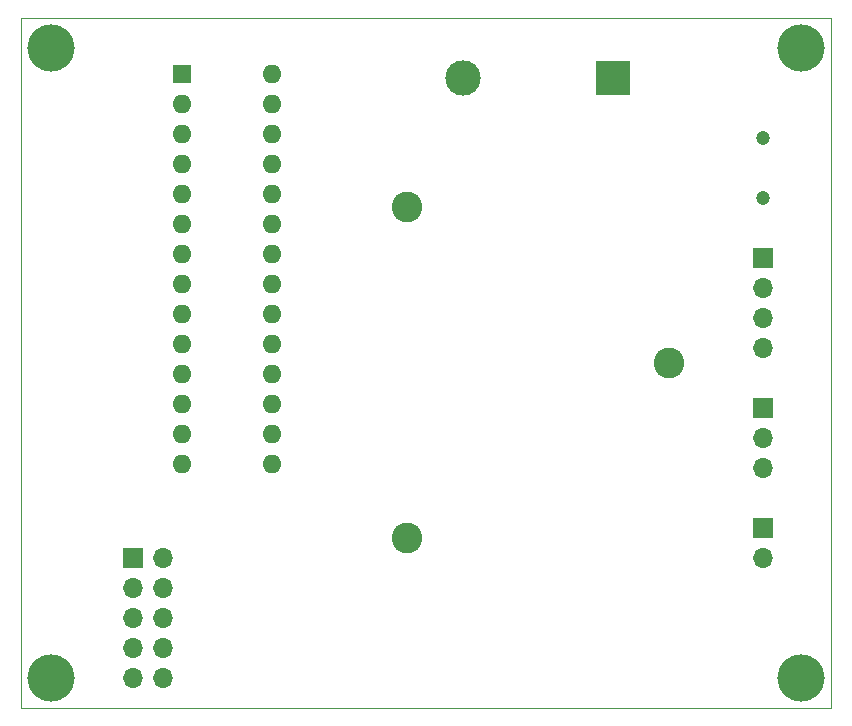
<source format=gbr>
%TF.GenerationSoftware,KiCad,Pcbnew,(6.0.0)*%
%TF.CreationDate,2022-02-18T15:42:34-07:00*%
%TF.ProjectId,SoilMoisture_Small,536f696c-4d6f-4697-9374-7572655f536d,0*%
%TF.SameCoordinates,Original*%
%TF.FileFunction,Soldermask,Bot*%
%TF.FilePolarity,Negative*%
%FSLAX46Y46*%
G04 Gerber Fmt 4.6, Leading zero omitted, Abs format (unit mm)*
G04 Created by KiCad (PCBNEW (6.0.0)) date 2022-02-18 15:42:34*
%MOMM*%
%LPD*%
G01*
G04 APERTURE LIST*
%TA.AperFunction,Profile*%
%ADD10C,0.100000*%
%TD*%
%ADD11C,4.000000*%
%ADD12R,1.600000X1.600000*%
%ADD13O,1.600000X1.600000*%
%ADD14C,2.600000*%
%ADD15R,3.000000X3.000000*%
%ADD16C,3.000000*%
%ADD17R,1.700000X1.700000*%
%ADD18O,1.700000X1.700000*%
%ADD19C,1.200000*%
G04 APERTURE END LIST*
D10*
X84455000Y-71120000D02*
X153035000Y-71120000D01*
X153035000Y-71120000D02*
X153035000Y-129540000D01*
X153035000Y-129540000D02*
X84455000Y-129540000D01*
X84455000Y-129540000D02*
X84455000Y-71120000D01*
D11*
%TO.C,REF\u002A\u002A*%
X86995000Y-73660000D03*
%TD*%
D12*
%TO.C,U2*%
X98117500Y-75885000D03*
D13*
X98117500Y-78425000D03*
X98117500Y-80965000D03*
X98117500Y-83505000D03*
X98117500Y-86045000D03*
X98117500Y-88585000D03*
X98117500Y-91125000D03*
X98117500Y-93665000D03*
X98117500Y-96205000D03*
X98117500Y-98745000D03*
X98117500Y-101285000D03*
X98117500Y-103825000D03*
X98117500Y-106365000D03*
X98117500Y-108905000D03*
X105737500Y-108905000D03*
X105737500Y-106365000D03*
X105737500Y-103825000D03*
X105737500Y-101285000D03*
X105737500Y-98745000D03*
X105737500Y-96205000D03*
X105737500Y-93665000D03*
X105737500Y-91125000D03*
X105737500Y-88585000D03*
X105737500Y-86045000D03*
X105737500Y-83505000D03*
X105737500Y-80965000D03*
X105737500Y-78425000D03*
X105737500Y-75885000D03*
%TD*%
D14*
%TO.C,J1*%
X117170000Y-115100000D03*
X139370000Y-100350000D03*
X117170000Y-87100000D03*
D15*
X134620000Y-76200000D03*
D16*
X121920000Y-76200000D03*
%TD*%
D17*
%TO.C,J2*%
X147320000Y-91440000D03*
D18*
X147320000Y-93980000D03*
X147320000Y-96520000D03*
X147320000Y-99060000D03*
%TD*%
D11*
%TO.C,REF\u002A\u002A*%
X150495000Y-127000000D03*
%TD*%
%TO.C,REF\u002A\u002A*%
X150495000Y-73660000D03*
%TD*%
D17*
%TO.C,J3*%
X93980000Y-116840000D03*
D18*
X96520000Y-116840000D03*
X93980000Y-119380000D03*
X96520000Y-119380000D03*
X93980000Y-121920000D03*
X96520000Y-121920000D03*
X93980000Y-124460000D03*
X96520000Y-124460000D03*
X93980000Y-127000000D03*
X96520000Y-127000000D03*
%TD*%
D11*
%TO.C,REF\u002A\u002A*%
X86995000Y-127000000D03*
%TD*%
D17*
%TO.C,J4*%
X147320000Y-104140000D03*
D18*
X147320000Y-106680000D03*
X147320000Y-109220000D03*
%TD*%
D19*
%TO.C,SW1*%
X147320000Y-86360000D03*
X147320000Y-81280000D03*
%TD*%
D17*
%TO.C,J5*%
X147320000Y-114300000D03*
D18*
X147320000Y-116840000D03*
%TD*%
M02*

</source>
